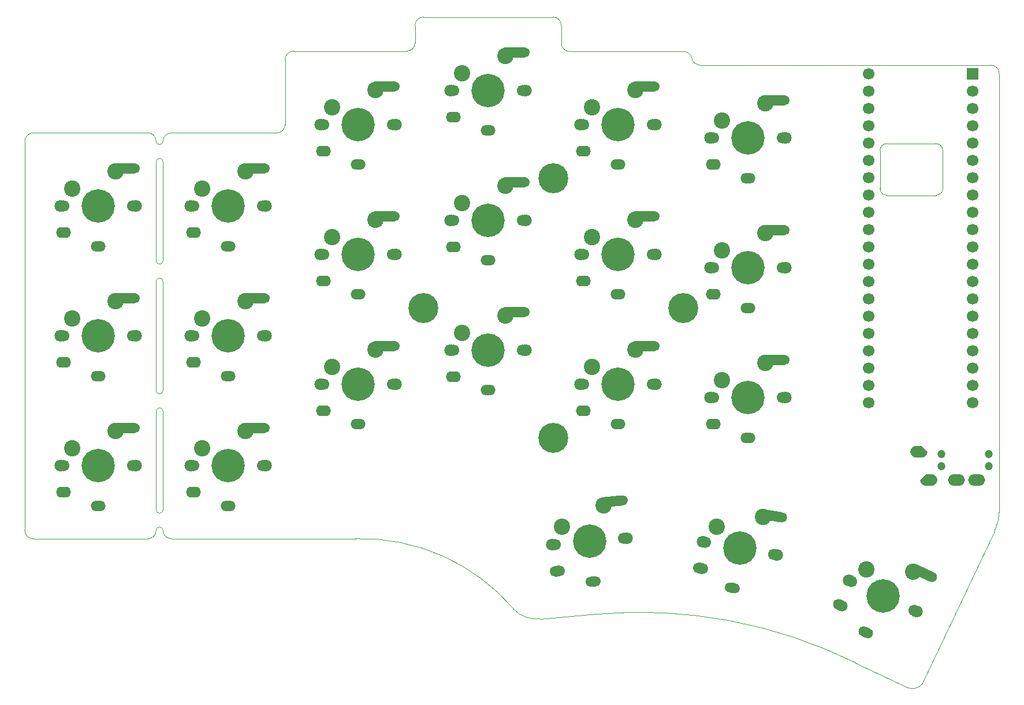
<source format=gbs>
%TF.GenerationSoftware,KiCad,Pcbnew,8.0.1*%
%TF.CreationDate,2024-04-30T21:38:09+02:00*%
%TF.ProjectId,Cantor_MX,43616e74-6f72-45f4-9d58-2e6b69636164,rev1.6*%
%TF.SameCoordinates,PX78114e0PY44b6550*%
%TF.FileFunction,Soldermask,Bot*%
%TF.FilePolarity,Negative*%
%FSLAX46Y46*%
G04 Gerber Fmt 4.6, Leading zero omitted, Abs format (unit mm)*
G04 Created by KiCad (PCBNEW 8.0.1) date 2024-04-30 21:38:09*
%MOMM*%
%LPD*%
G01*
G04 APERTURE LIST*
G04 Aperture macros list*
%AMHorizOval*
0 Thick line with rounded ends*
0 $1 width*
0 $2 $3 position (X,Y) of the first rounded end (center of the circle)*
0 $4 $5 position (X,Y) of the second rounded end (center of the circle)*
0 Add line between two ends*
20,1,$1,$2,$3,$4,$5,0*
0 Add two circle primitives to create the rounded ends*
1,1,$1,$2,$3*
1,1,$1,$4,$5*%
%AMFreePoly0*
4,1,28,-0.850000,0.400000,0.000000,1.250000,0.114750,1.242219,0.293119,1.197860,0.457783,1.116195,0.601041,1.001041,0.716195,0.857783,0.797860,0.693119,0.842219,0.514750,0.850000,0.400000,0.850000,-0.400000,0.842219,-0.514750,0.797860,-0.693119,0.716195,-0.857783,0.601041,-1.001041,0.457783,-1.116195,0.293119,-1.197860,0.114750,-1.242219,0.000000,-1.250000,-0.114750,-1.242219,
-0.293119,-1.197860,-0.457783,-1.116195,-0.601041,-1.001041,-0.716195,-0.857783,-0.797860,-0.693119,-0.842219,-0.514750,-0.850000,-0.400000,-0.850000,0.400000,-0.850000,0.400000,$1*%
%AMFreePoly1*
4,1,28,-0.850000,0.400000,-0.842219,0.514750,-0.797860,0.693119,-0.716195,0.857783,-0.601041,1.001041,-0.457783,1.116195,-0.293119,1.197860,-0.114750,1.242219,0.000000,1.250000,0.114750,1.242219,0.293119,1.197860,0.457783,1.116195,0.601041,1.001041,0.716195,0.857783,0.797860,0.693119,0.842219,0.514750,0.850000,0.400000,0.850000,-0.400000,0.842219,-0.514750,0.797860,-0.693119,
0.716195,-0.857783,0.601041,-1.001041,0.457783,-1.116195,0.293119,-1.197860,0.114750,-1.242219,0.000000,-1.250000,-0.850000,-0.400000,-0.850000,0.400000,-0.850000,0.400000,$1*%
G04 Aperture macros list end*
%ADD10C,1.800000*%
%ADD11C,1.700000*%
%ADD12C,4.900000*%
%ADD13O,2.200000X1.600000*%
%ADD14C,2.400000*%
%ADD15O,2.200000X1.500000*%
%ADD16HorizOval,1.500000X1.449945X0.012653X-1.449945X-0.012653X0*%
%ADD17HorizOval,1.600000X0.298858X0.026147X-0.298858X-0.026147X0*%
%ADD18HorizOval,1.500000X0.348668X0.030505X-0.348668X-0.030505X0*%
%ADD19HorizOval,1.500000X1.443324X0.138976X-1.443324X-0.138976X0*%
%ADD20C,1.200000*%
%ADD21FreePoly0,270.000000*%
%ADD22FreePoly1,270.000000*%
%ADD23O,2.500000X1.700000*%
%ADD24HorizOval,1.600000X0.271892X-0.126785X-0.271892X0.126785X0*%
%ADD25HorizOval,1.500000X0.317208X-0.147916X-0.317208X0.147916X0*%
%ADD26HorizOval,1.500000X1.319444X-0.601305X-1.319444X0.601305X0*%
%ADD27R,1.700000X1.700000*%
%ADD28C,4.400000*%
%ADD29HorizOval,1.600000X0.295442X-0.052094X-0.295442X0.052094X0*%
%ADD30HorizOval,1.500000X0.344683X-0.060777X-0.344683X0.060777X0*%
%ADD31HorizOval,1.500000X1.430114X-0.239319X-1.430114X0.239319X0*%
%TA.AperFunction,Profile*%
%ADD32C,0.100000*%
%TD*%
G04 APERTURE END LIST*
D10*
%TO.C,K25*%
X32600000Y-26050000D03*
X32600000Y-26050000D03*
D11*
X33020000Y-26050000D03*
X33020000Y-26050000D03*
D12*
X38100000Y-26050000D03*
X38100000Y-26050000D03*
D11*
X43180000Y-26050000D03*
X43180000Y-26050000D03*
D10*
X43600000Y-26050000D03*
X43600000Y-26050000D03*
D13*
X33000000Y-29950000D03*
D14*
X34290000Y-23510000D03*
D15*
X38100000Y-31950000D03*
D14*
X40640000Y-20970000D03*
D16*
X42000042Y-20509599D03*
%TD*%
D10*
%TO.C,K24*%
X13550000Y-24050000D03*
X13550000Y-24050000D03*
D11*
X13970000Y-24050000D03*
X13970000Y-24050000D03*
D12*
X19050000Y-24050000D03*
X19050000Y-24050000D03*
D11*
X24130000Y-24050000D03*
X24130000Y-24050000D03*
D10*
X24550000Y-24050000D03*
X24550000Y-24050000D03*
D13*
X13950000Y-27950000D03*
D14*
X15240000Y-21510000D03*
D15*
X19050000Y-29950000D03*
D14*
X21590000Y-18970000D03*
D16*
X22950042Y-18509599D03*
%TD*%
D10*
%TO.C,K21*%
X-43600000Y-36050000D03*
X-43600000Y-36050000D03*
D11*
X-43180000Y-36050000D03*
X-43180000Y-36050000D03*
D12*
X-38100000Y-36050000D03*
X-38100000Y-36050000D03*
D11*
X-33020000Y-36050000D03*
X-33020000Y-36050000D03*
D10*
X-32600000Y-36050000D03*
X-32600000Y-36050000D03*
D13*
X-43200000Y-39950000D03*
D14*
X-41910000Y-33510000D03*
D15*
X-38100000Y-41950000D03*
D14*
X-35560000Y-30970000D03*
D16*
X-34199958Y-30509599D03*
%TD*%
D10*
%TO.C,K02*%
X-24550000Y14050000D03*
X-24550000Y14050000D03*
D11*
X-24130000Y14050000D03*
X-24130000Y14050000D03*
D12*
X-19050000Y14050000D03*
X-19050000Y14050000D03*
D11*
X-13970000Y14050000D03*
X-13970000Y14050000D03*
D10*
X-13550000Y14050000D03*
X-13550000Y14050000D03*
D13*
X-24150000Y10150000D03*
D14*
X-22860000Y16590000D03*
D15*
X-19050000Y8150000D03*
D14*
X-16510000Y19130000D03*
D16*
X-15149958Y19590401D03*
%TD*%
D10*
%TO.C,K10*%
X-62650000Y-17000000D03*
X-62650000Y-17000000D03*
D11*
X-62230000Y-17000000D03*
X-62230000Y-17000000D03*
D12*
X-57150000Y-17000000D03*
X-57150000Y-17000000D03*
D11*
X-52070000Y-17000000D03*
X-52070000Y-17000000D03*
D10*
X-51650000Y-17000000D03*
X-51650000Y-17000000D03*
D13*
X-62250000Y-20900000D03*
D14*
X-60960000Y-14460000D03*
D15*
X-57150000Y-22900000D03*
D14*
X-54610000Y-11920000D03*
D16*
X-53249958Y-11459599D03*
%TD*%
D10*
%TO.C,K04*%
X13550000Y14050000D03*
X13550000Y14050000D03*
D11*
X13970000Y14050000D03*
X13970000Y14050000D03*
D12*
X19050000Y14050000D03*
X19050000Y14050000D03*
D11*
X24130000Y14050000D03*
X24130000Y14050000D03*
D10*
X24550000Y14050000D03*
X24550000Y14050000D03*
D13*
X13950000Y10150000D03*
D14*
X15240000Y16590000D03*
D15*
X19050000Y8150000D03*
D14*
X21590000Y19130000D03*
D16*
X22950042Y19590401D03*
%TD*%
D10*
%TO.C,K12*%
X-24550000Y-5000000D03*
X-24550000Y-5000000D03*
D11*
X-24130000Y-5000000D03*
X-24130000Y-5000000D03*
D12*
X-19050000Y-5000000D03*
X-19050000Y-5000000D03*
D11*
X-13970000Y-5000000D03*
X-13970000Y-5000000D03*
D10*
X-13550000Y-5000000D03*
X-13550000Y-5000000D03*
D13*
X-24150000Y-8900000D03*
D14*
X-22860000Y-2460000D03*
D15*
X-19050000Y-10900000D03*
D14*
X-16510000Y80000D03*
D16*
X-15149958Y540401D03*
%TD*%
D10*
%TO.C,K30*%
X9420929Y-47629357D03*
X9420929Y-47629357D03*
D11*
X9839331Y-47592751D03*
X9839331Y-47592751D03*
D12*
X14900000Y-47150000D03*
X14900000Y-47150000D03*
D11*
X19960669Y-46707249D03*
X19960669Y-46707249D03*
D10*
X20379071Y-46670643D03*
X20379071Y-46670643D03*
D17*
X10159314Y-51479654D03*
D14*
X10883123Y-44951729D03*
D18*
X15414219Y-53027549D03*
D14*
X16987583Y-41867955D03*
D19*
X18302323Y-41290771D03*
%TD*%
D10*
%TO.C,K01*%
X-43600000Y2050000D03*
X-43600000Y2050000D03*
D11*
X-43180000Y2050000D03*
X-43180000Y2050000D03*
D12*
X-38100000Y2050000D03*
X-38100000Y2050000D03*
D11*
X-33020000Y2050000D03*
X-33020000Y2050000D03*
D10*
X-32600000Y2050000D03*
X-32600000Y2050000D03*
D13*
X-43200000Y-1850000D03*
D14*
X-41910000Y4590000D03*
D15*
X-38100000Y-3850000D03*
D14*
X-35560000Y7130000D03*
D16*
X-34199958Y7590401D03*
%TD*%
D10*
%TO.C,K14*%
X13550000Y-5000000D03*
X13550000Y-5000000D03*
D11*
X13970000Y-5000000D03*
X13970000Y-5000000D03*
D12*
X19050000Y-5000000D03*
X19050000Y-5000000D03*
D11*
X24130000Y-5000000D03*
X24130000Y-5000000D03*
D10*
X24550000Y-5000000D03*
X24550000Y-5000000D03*
D13*
X13950000Y-8900000D03*
D14*
X15240000Y-2460000D03*
D15*
X19050000Y-10900000D03*
D14*
X21590000Y80000D03*
D16*
X22950042Y540401D03*
%TD*%
D10*
%TO.C,K23*%
X-5500000Y-19050000D03*
X-5500000Y-19050000D03*
D11*
X-5080000Y-19050000D03*
X-5080000Y-19050000D03*
D12*
X0Y-19050000D03*
X0Y-19050000D03*
D11*
X5080000Y-19050000D03*
X5080000Y-19050000D03*
D10*
X5500000Y-19050000D03*
X5500000Y-19050000D03*
D13*
X-5100000Y-22950000D03*
D14*
X-3810000Y-16510000D03*
D15*
X0Y-24950000D03*
D14*
X2540000Y-13970000D03*
D16*
X3900042Y-13509599D03*
%TD*%
D10*
%TO.C,K03*%
X-5500000Y19050000D03*
X-5500000Y19050000D03*
D11*
X-5080000Y19050000D03*
X-5080000Y19050000D03*
D12*
X0Y19050000D03*
X0Y19050000D03*
D11*
X5080000Y19050000D03*
X5080000Y19050000D03*
D10*
X5500000Y19050000D03*
X5500000Y19050000D03*
D13*
X-5100000Y15150000D03*
D14*
X-3810000Y21590000D03*
D15*
X0Y13150000D03*
D14*
X2540000Y24130000D03*
D16*
X3900042Y24590401D03*
%TD*%
D10*
%TO.C,K22*%
X-24550000Y-24050000D03*
X-24550000Y-24050000D03*
D11*
X-24130000Y-24050000D03*
X-24130000Y-24050000D03*
D12*
X-19050000Y-24050000D03*
X-19050000Y-24050000D03*
D11*
X-13970000Y-24050000D03*
X-13970000Y-24050000D03*
D10*
X-13550000Y-24050000D03*
X-13550000Y-24050000D03*
D13*
X-24150000Y-27950000D03*
D14*
X-22860000Y-21510000D03*
D15*
X-19050000Y-29950000D03*
D14*
X-16510000Y-18970000D03*
D16*
X-15149958Y-18509599D03*
%TD*%
D20*
%TO.C,J1*%
X73460000Y-34320000D03*
X66460000Y-34320000D03*
X73460000Y-36070000D03*
X66460000Y-36070000D03*
D21*
X63160000Y-33970000D03*
D22*
X64660000Y-38170000D03*
D23*
X71660000Y-38170000D03*
X68660000Y-38170000D03*
%TD*%
D10*
%TO.C,K15*%
X32600000Y-7000000D03*
X32600000Y-7000000D03*
D11*
X33020000Y-7000000D03*
X33020000Y-7000000D03*
D12*
X38100000Y-7000000D03*
X38100000Y-7000000D03*
D11*
X43180000Y-7000000D03*
X43180000Y-7000000D03*
D10*
X43600000Y-7000000D03*
X43600000Y-7000000D03*
D13*
X33000000Y-10900000D03*
D14*
X34290000Y-4460000D03*
D15*
X38100000Y-12900000D03*
D14*
X40640000Y-1920000D03*
D16*
X42000042Y-1459599D03*
%TD*%
D10*
%TO.C,K32*%
X52915307Y-52825600D03*
X52915307Y-52825600D03*
D11*
X53295956Y-53003099D03*
X53295956Y-53003099D03*
D12*
X57900000Y-55150000D03*
X57900000Y-55150000D03*
D11*
X62504044Y-57296901D03*
X62504044Y-57296901D03*
D10*
X62884693Y-57474400D03*
X62884693Y-57474400D03*
D24*
X51629619Y-56529247D03*
D14*
X55520418Y-51237803D03*
D25*
X55406552Y-60497216D03*
D14*
X62348923Y-51619407D03*
D26*
X63776113Y-51776920D03*
%TD*%
D10*
%TO.C,K11*%
X-43600000Y-17000000D03*
X-43600000Y-17000000D03*
D11*
X-43180000Y-17000000D03*
X-43180000Y-17000000D03*
D12*
X-38100000Y-17000000D03*
X-38100000Y-17000000D03*
D11*
X-33020000Y-17000000D03*
X-33020000Y-17000000D03*
D10*
X-32600000Y-17000000D03*
X-32600000Y-17000000D03*
D13*
X-43200000Y-20900000D03*
D14*
X-41910000Y-14460000D03*
D15*
X-38100000Y-22900000D03*
D14*
X-35560000Y-11920000D03*
D16*
X-34199958Y-11459599D03*
%TD*%
D27*
%TO.C,U1*%
X71035000Y21450000D03*
D11*
X71035000Y18910000D03*
X71035000Y16370000D03*
X71035000Y13830000D03*
X71035000Y11290000D03*
X71035000Y8750000D03*
X71035000Y6210000D03*
X71035000Y3670000D03*
X71035000Y1130000D03*
X71035000Y-1410000D03*
X71035000Y-3950000D03*
X71035000Y-6490000D03*
X71035000Y-9030000D03*
X71035000Y-11570000D03*
X71035000Y-14110000D03*
X71035000Y-16650000D03*
X71035000Y-19190000D03*
X71035000Y-21730000D03*
X71035000Y-24270000D03*
X71035000Y-26810000D03*
X55795000Y-26810000D03*
X55795000Y-24270000D03*
X55795000Y-21730000D03*
X55795000Y-19190000D03*
X55795000Y-16650000D03*
X55795000Y-14110000D03*
X55795000Y-11570000D03*
X55795000Y-9030000D03*
X55795000Y-6490000D03*
X55795000Y-3950000D03*
X55795000Y-1410000D03*
X55795000Y1130000D03*
X55795000Y3670000D03*
X55795000Y6210000D03*
X55795000Y8750000D03*
X55795000Y11290000D03*
X55795000Y13830000D03*
X55795000Y16370000D03*
X55795000Y18910000D03*
X55795000Y21450000D03*
%TD*%
D10*
%TO.C,K05*%
X32600000Y12050000D03*
X32600000Y12050000D03*
D11*
X33020000Y12050000D03*
X33020000Y12050000D03*
D12*
X38100000Y12050000D03*
X38100000Y12050000D03*
D11*
X43180000Y12050000D03*
X43180000Y12050000D03*
D10*
X43600000Y12050000D03*
X43600000Y12050000D03*
D13*
X33000000Y8150000D03*
D14*
X34290000Y14590000D03*
D15*
X38100000Y6150000D03*
D14*
X40640000Y17130000D03*
D16*
X42000042Y17590401D03*
%TD*%
D10*
%TO.C,K20*%
X-62650000Y-36050000D03*
X-62650000Y-36050000D03*
D11*
X-62230000Y-36050000D03*
X-62230000Y-36050000D03*
D12*
X-57150000Y-36050000D03*
X-57150000Y-36050000D03*
D11*
X-52070000Y-36050000D03*
X-52070000Y-36050000D03*
D10*
X-51650000Y-36050000D03*
X-51650000Y-36050000D03*
D13*
X-62250000Y-39950000D03*
D14*
X-60960000Y-33510000D03*
D15*
X-57150000Y-41950000D03*
D14*
X-54610000Y-30970000D03*
D16*
X-53249958Y-30509599D03*
%TD*%
D10*
%TO.C,K13*%
X-5500000Y0D03*
X-5500000Y0D03*
D11*
X-5080000Y0D03*
X-5080000Y0D03*
D12*
X0Y0D03*
X0Y0D03*
D11*
X5080000Y0D03*
X5080000Y0D03*
D10*
X5500000Y0D03*
X5500000Y0D03*
D13*
X-5100000Y-3900000D03*
D14*
X-3810000Y2540000D03*
D15*
X0Y-5900000D03*
D14*
X2540000Y5080000D03*
D16*
X3900042Y5540401D03*
%TD*%
D10*
%TO.C,K00*%
X-62650000Y2050000D03*
X-62650000Y2050000D03*
D11*
X-62230000Y2050000D03*
X-62230000Y2050000D03*
D12*
X-57150000Y2050000D03*
X-57150000Y2050000D03*
D11*
X-52070000Y2050000D03*
X-52070000Y2050000D03*
D10*
X-51650000Y2050000D03*
X-51650000Y2050000D03*
D13*
X-62250000Y-1850000D03*
D14*
X-60960000Y4590000D03*
D15*
X-57150000Y-3850000D03*
D14*
X-54610000Y7130000D03*
D16*
X-53249958Y7590401D03*
%TD*%
D28*
%TO.C,REF\u002A\u002A*%
X-9480000Y-12910000D03*
X9570000Y6140000D03*
X9570000Y-31960000D03*
X28620000Y-12910000D03*
%TD*%
D10*
%TO.C,K31*%
X31483557Y-47194935D03*
X31483557Y-47194935D03*
D11*
X31897177Y-47267867D03*
X31897177Y-47267867D03*
D12*
X36900000Y-48150000D03*
X36900000Y-48150000D03*
D11*
X41902823Y-49032133D03*
X41902823Y-49032133D03*
D10*
X42316443Y-49105065D03*
X42316443Y-49105065D03*
D29*
X31200254Y-51105145D03*
D14*
X33588949Y-44986989D03*
D30*
X35875476Y-53960366D03*
D14*
X40283544Y-43588243D03*
D31*
X41702872Y-43371006D03*
%TD*%
D32*
X-48624955Y-8974517D02*
X-48625000Y-25025000D01*
X-10673448Y26043104D02*
G75*
G02*
X-11910000Y24806548I-1236552J-4D01*
G01*
X66685000Y4640000D02*
G75*
G02*
X65685000Y3640000I-1000000J0D01*
G01*
X-47625000Y-25025000D02*
X-47624955Y-8974517D01*
X-46398448Y-46750000D02*
X-19400000Y-46750000D01*
X63630000Y-68110000D02*
X74248728Y-45663239D01*
X7610000Y-58539999D02*
G75*
G02*
X3789970Y-57090029I-380000J4755899D01*
G01*
X-48625000Y-28025000D02*
X-48625040Y-42523488D01*
X57485000Y10240000D02*
G75*
G02*
X58485000Y11240000I1000200J-200D01*
G01*
X57485000Y4640000D02*
X57485000Y10240000D01*
X31110000Y22759999D02*
G75*
G02*
X29900001Y23770000I0J1229801D01*
G01*
X-48125000Y-27525000D02*
G75*
G02*
X-47625000Y-28025000I0J-500000D01*
G01*
X65685000Y3640000D02*
X58485000Y3640000D01*
X-46408363Y12807822D02*
X-30964374Y12807822D01*
X73670000Y22760000D02*
X31110000Y22760000D01*
X-10673448Y28570000D02*
X-10673448Y26043104D01*
X-9436896Y29806552D02*
X9530000Y29806552D01*
X-47625040Y-42523488D02*
G75*
G02*
X-48125040Y-43023460I-499960J-12D01*
G01*
X66677893Y10240000D02*
X66685000Y4640000D01*
X12003104Y24750000D02*
X28690000Y24750000D01*
X-48624915Y8581270D02*
X-48624955Y-5974517D01*
X-48124915Y9081270D02*
G75*
G02*
X-47624930Y8581270I15J-499970D01*
G01*
X73670000Y22759999D02*
G75*
G02*
X74960028Y21510000I49000J-1240099D01*
G01*
X-28480000Y24806552D02*
X-11910000Y24806552D01*
X74960000Y-42840000D02*
G75*
G02*
X74248732Y-45663241I-6436300J120300D01*
G01*
X-48124955Y-6474517D02*
G75*
G02*
X-48625017Y-5974517I55J500117D01*
G01*
X-48125000Y-25525000D02*
G75*
G02*
X-48625000Y-25025000I0J500000D01*
G01*
X65677893Y11240000D02*
G75*
G02*
X66677900Y10240000I7J-1000000D01*
G01*
X-48625040Y-45523488D02*
G75*
G02*
X-48125040Y-45023560I499940J-12D01*
G01*
X-46398448Y-46749999D02*
G75*
G02*
X-47624939Y-45533448I-9852J1216599D01*
G01*
X-48625040Y-45523488D02*
G75*
G02*
X-49841592Y-46750100I-1216660J-9912D01*
G01*
X-48124915Y11081270D02*
G75*
G02*
X-48624933Y11591230I15J500130D01*
G01*
X-48124955Y-8474517D02*
G75*
G02*
X-47624917Y-8974517I-45J-500083D01*
G01*
X-29730000Y23570000D02*
G75*
G02*
X-28480000Y24806527I1236600J0D01*
G01*
X10766552Y28570000D02*
X10766552Y25980000D01*
X15940000Y-57820000D02*
X7610000Y-58540000D01*
X-47625040Y-42523488D02*
X-47625000Y-28025000D01*
X53910000Y-64960000D02*
X61613868Y-68641488D01*
X-66670000Y-46750000D02*
G75*
G02*
X-67896540Y-45533448I-9900J1216600D01*
G01*
X28690000Y24750000D02*
G75*
G02*
X29900008Y23770002I0J-1237000D01*
G01*
X-48624915Y8581270D02*
G75*
G02*
X-48124915Y9081215I499915J30D01*
G01*
X-67896552Y11570000D02*
G75*
G02*
X-66660000Y12806552I1236552J0D01*
G01*
X-29727822Y14044374D02*
G75*
G02*
X-30964374Y12807822I-1236578J26D01*
G01*
X58485000Y11240000D02*
X65677893Y11240000D01*
X-66660000Y12806552D02*
X-49851507Y12807782D01*
X12003104Y24750000D02*
G75*
G02*
X10766583Y25980000I-6504J1230000D01*
G01*
X-47624915Y11581270D02*
G75*
G02*
X-48124915Y11081215I-499985J-70D01*
G01*
X-47624955Y-5974517D02*
G75*
G02*
X-48124955Y-6474445I-500045J117D01*
G01*
X-49851507Y12807782D02*
G75*
G02*
X-48624978Y11591230I9907J-1216582D01*
G01*
X-48125040Y-45023488D02*
G75*
G02*
X-47624983Y-45533448I-60J-500212D01*
G01*
X-10673448Y28570000D02*
G75*
G02*
X-9436896Y29806548I1236548J0D01*
G01*
X-48125040Y-43023488D02*
G75*
G02*
X-48625088Y-42523488I40J500088D01*
G01*
X-47624914Y11581270D02*
G75*
G02*
X-46408363Y12807855I1216614J9930D01*
G01*
X58485000Y3640001D02*
G75*
G02*
X57485001Y4640000I10000J1009999D01*
G01*
X-29730000Y23570000D02*
X-29727822Y14044374D01*
X-19400000Y-46750000D02*
G75*
G02*
X3790002Y-57089998I809300J-29359600D01*
G01*
X9530000Y29806552D02*
G75*
G02*
X10766552Y28570000I0J-1236552D01*
G01*
X-49841592Y-46750040D02*
X-66670000Y-46750000D01*
X-47625000Y-25025000D02*
G75*
G02*
X-48125000Y-25525000I-500000J0D01*
G01*
X-48624955Y-8974517D02*
G75*
G02*
X-48124955Y-8474545I499955J17D01*
G01*
X-48625000Y-28025000D02*
G75*
G02*
X-48125000Y-27525000I500000J0D01*
G01*
X-47624955Y-5974517D02*
X-47624915Y8581270D01*
X74960000Y-42840000D02*
X74960000Y21510000D01*
X63629999Y-68109999D02*
G75*
G02*
X61613883Y-68641447I-1392999J1194599D01*
G01*
X-67896552Y-45533448D02*
X-67896552Y11570000D01*
X15940000Y-57820000D02*
G75*
G02*
X53910001Y-64959998I6272100J-71176300D01*
G01*
M02*

</source>
